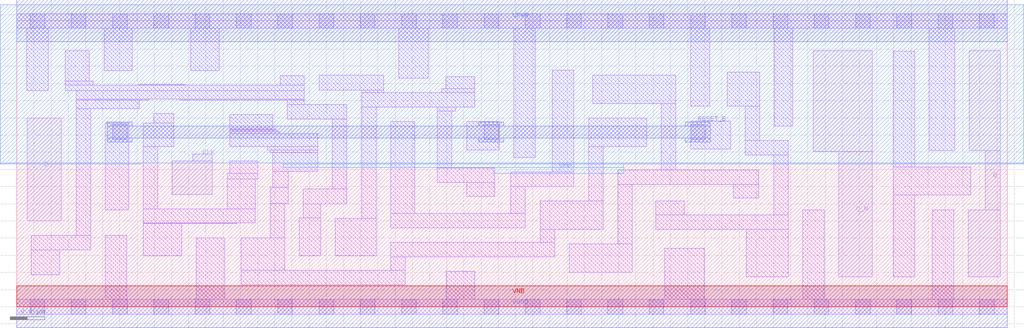
<source format=lef>
# Copyright 2020 The SkyWater PDK Authors
#
# Licensed under the Apache License, Version 2.0 (the "License");
# you may not use this file except in compliance with the License.
# You may obtain a copy of the License at
#
#     https://www.apache.org/licenses/LICENSE-2.0
#
# Unless required by applicable law or agreed to in writing, software
# distributed under the License is distributed on an "AS IS" BASIS,
# WITHOUT WARRANTIES OR CONDITIONS OF ANY KIND, either express or implied.
# See the License for the specific language governing permissions and
# limitations under the License.
#
# SPDX-License-Identifier: Apache-2.0

VERSION 5.7 ;
  NOWIREEXTENSIONATPIN ON ;
  DIVIDERCHAR "/" ;
  BUSBITCHARS "[]" ;
MACRO sky130_fd_sc_ls__dfrbp_1
  CLASS CORE ;
  FOREIGN sky130_fd_sc_ls__dfrbp_1 ;
  ORIGIN  0.000000  0.000000 ;
  SIZE  11.52000 BY  3.330000 ;
  SYMMETRY X Y R90 ;
  SITE unit ;
  PIN D
    ANTENNAGATEAREA  0.126000 ;
    DIRECTION INPUT ;
    USE SIGNAL ;
    PORT
      LAYER li1 ;
        RECT 0.125000 1.000000 0.520000 2.195000 ;
    END
  END D
  PIN Q
    ANTENNADIFFAREA  0.541300 ;
    DIRECTION OUTPUT ;
    USE SIGNAL ;
    PORT
      LAYER li1 ;
        RECT 11.065000 0.350000 11.435000 1.130000 ;
        RECT 11.075000 1.820000 11.435000 2.980000 ;
        RECT 11.265000 1.130000 11.435000 1.820000 ;
    END
  END Q
  PIN Q_N
    ANTENNADIFFAREA  0.951500 ;
    DIRECTION OUTPUT ;
    USE SIGNAL ;
    PORT
      LAYER li1 ;
        RECT 9.260000 1.810000 9.950000 2.985000 ;
        RECT 9.560000 0.350000 9.950000 1.810000 ;
    END
  END Q_N
  PIN RESET_B
    ANTENNAGATEAREA  0.378000 ;
    DIRECTION INPUT ;
    USE SIGNAL ;
    PORT
      LAYER met1 ;
        RECT 1.055000 1.920000 1.345000 1.965000 ;
        RECT 1.055000 1.965000 8.065000 2.105000 ;
        RECT 1.055000 2.105000 1.345000 2.150000 ;
        RECT 5.375000 1.920000 5.665000 1.965000 ;
        RECT 5.375000 2.105000 5.665000 2.150000 ;
        RECT 7.775000 1.920000 8.065000 1.965000 ;
        RECT 7.775000 2.105000 8.065000 2.150000 ;
    END
  END RESET_B
  PIN CLK
    ANTENNAGATEAREA  0.261000 ;
    DIRECTION INPUT ;
    USE CLOCK ;
    PORT
      LAYER li1 ;
        RECT 1.810000 1.310000 2.275000 1.695000 ;
        RECT 2.045000 1.695000 2.275000 1.780000 ;
    END
  END CLK
  PIN VGND
    DIRECTION INOUT ;
    SHAPE ABUTMENT ;
    USE GROUND ;
    PORT
      LAYER met1 ;
        RECT 0.000000 -0.245000 11.520000 0.245000 ;
    END
  END VGND
  PIN VNB
    DIRECTION INOUT ;
    USE GROUND ;
    PORT
      LAYER pwell ;
        RECT 0.000000 0.000000 11.520000 0.245000 ;
    END
  END VNB
  PIN VPB
    DIRECTION INOUT ;
    USE POWER ;
    PORT
      LAYER nwell ;
        RECT -0.190000 1.660000  1.440000 1.675000 ;
        RECT -0.190000 1.675000 11.710000 3.520000 ;
        RECT  3.100000 1.620000  7.060000 1.660000 ;
        RECT  3.100000 1.660000 11.710000 1.675000 ;
        RECT  5.540000 1.555000  7.060000 1.620000 ;
    END
  END VPB
  PIN VPWR
    DIRECTION INOUT ;
    SHAPE ABUTMENT ;
    USE POWER ;
    PORT
      LAYER met1 ;
        RECT 0.000000 3.085000 11.520000 3.575000 ;
    END
  END VPWR
  OBS
    LAYER li1 ;
      RECT  0.000000 -0.085000 11.520000 0.085000 ;
      RECT  0.000000  3.245000 11.520000 3.415000 ;
      RECT  0.115000  2.520000  0.365000 3.245000 ;
      RECT  0.170000  0.370000  0.500000 0.660000 ;
      RECT  0.170000  0.660000  0.860000 0.830000 ;
      RECT  0.565000  2.520000  3.345000 2.580000 ;
      RECT  0.565000  2.580000  0.890000 2.630000 ;
      RECT  0.565000  2.630000  0.845000 2.980000 ;
      RECT  0.690000  0.830000  0.860000 2.310000 ;
      RECT  0.690000  2.310000  1.425000 2.410000 ;
      RECT  0.690000  2.410000  1.530000 2.420000 ;
      RECT  0.690000  2.420000  3.345000 2.520000 ;
      RECT  1.015000  2.750000  1.345000 3.245000 ;
      RECT  1.030000  0.085000  1.280000 0.830000 ;
      RECT  1.030000  1.130000  1.300000 2.140000 ;
      RECT  1.405000  2.580000  1.965000 2.590000 ;
      RECT  1.470000  0.595000  1.920000 0.970000 ;
      RECT  1.470000  0.970000  2.560000 0.975000 ;
      RECT  1.470000  0.975000  2.775000 1.140000 ;
      RECT  1.470000  1.140000  1.640000 1.865000 ;
      RECT  1.470000  1.865000  1.825000 2.140000 ;
      RECT  1.595000  2.140000  1.825000 2.250000 ;
      RECT  1.890000  2.410000  3.345000 2.420000 ;
      RECT  2.025000  2.750000  2.355000 3.245000 ;
      RECT  2.090000  0.085000  2.420000 0.800000 ;
      RECT  2.445000  1.140000  2.775000 1.490000 ;
      RECT  2.445000  1.490000  2.805000 1.550000 ;
      RECT  2.475000  1.550000  2.805000 1.695000 ;
      RECT  2.475000  1.865000  3.500000 2.015000 ;
      RECT  2.475000  2.015000  3.050000 2.040000 ;
      RECT  2.475000  2.040000  3.025000 2.060000 ;
      RECT  2.475000  2.060000  3.020000 2.065000 ;
      RECT  2.475000  2.065000  3.000000 2.080000 ;
      RECT  2.475000  2.080000  2.975000 2.240000 ;
      RECT  2.610000  0.255000  4.520000 0.425000 ;
      RECT  2.610000  0.425000  3.115000 0.805000 ;
      RECT  2.915000  1.825000  3.500000 1.865000 ;
      RECT  2.945000  0.805000  3.115000 1.205000 ;
      RECT  2.945000  1.205000  3.160000 1.390000 ;
      RECT  2.945000  1.795000  3.500000 1.825000 ;
      RECT  2.975000  1.390000  3.160000 1.575000 ;
      RECT  2.975000  1.575000  3.500000 1.795000 ;
      RECT  3.065000  2.580000  3.345000 2.690000 ;
      RECT  3.145000  2.185000  3.840000 2.355000 ;
      RECT  3.145000  2.355000  3.345000 2.410000 ;
      RECT  3.285000  0.595000  3.535000 1.035000 ;
      RECT  3.330000  1.035000  3.535000 1.200000 ;
      RECT  3.330000  1.200000  3.840000 1.370000 ;
      RECT  3.515000  2.525000  4.270000 2.695000 ;
      RECT  3.670000  1.370000  3.840000 2.185000 ;
      RECT  3.705000  0.595000  4.180000 1.030000 ;
      RECT  4.010000  1.030000  4.180000 2.325000 ;
      RECT  4.010000  2.325000  5.325000 2.495000 ;
      RECT  4.010000  2.495000  4.270000 2.525000 ;
      RECT  4.350000  0.425000  4.520000 0.580000 ;
      RECT  4.350000  0.580000  6.255000 0.750000 ;
      RECT  4.350000  0.920000  5.915000 1.090000 ;
      RECT  4.350000  1.090000  4.630000 2.155000 ;
      RECT  4.440000  2.665000  4.785000 3.245000 ;
      RECT  4.890000  1.445000  5.560000 1.615000 ;
      RECT  4.890000  1.615000  5.060000 2.280000 ;
      RECT  4.890000  2.280000  5.105000 2.325000 ;
      RECT  4.945000  2.495000  5.325000 2.540000 ;
      RECT  4.990000  2.540000  5.325000 2.680000 ;
      RECT  4.995000  0.085000  5.325000 0.410000 ;
      RECT  5.230000  1.285000  5.560000 1.445000 ;
      RECT  5.230000  1.825000  5.610000 2.155000 ;
      RECT  5.745000  1.090000  5.915000 1.400000 ;
      RECT  5.745000  1.400000  6.480000 1.570000 ;
      RECT  5.780000  1.740000  6.030000 3.245000 ;
      RECT  6.085000  0.750000  6.255000 0.900000 ;
      RECT  6.085000  0.900000  6.820000 1.230000 ;
      RECT  6.230000  1.570000  6.480000 2.755000 ;
      RECT  6.425000  0.400000  7.160000 0.730000 ;
      RECT  6.650000  1.230000  6.820000 1.865000 ;
      RECT  6.650000  1.865000  7.325000 2.195000 ;
      RECT  6.700000  2.365000  7.665000 2.695000 ;
      RECT  6.990000  0.730000  7.160000 1.425000 ;
      RECT  6.990000  1.425000  8.630000 1.595000 ;
      RECT  7.430000  0.900000  8.970000 1.070000 ;
      RECT  7.430000  1.070000  7.760000 1.230000 ;
      RECT  7.495000  1.595000  7.665000 2.365000 ;
      RECT  7.535000  0.085000  7.995000 0.680000 ;
      RECT  7.835000  1.835000  8.300000 2.165000 ;
      RECT  7.835000  2.335000  8.060000 3.245000 ;
      RECT  8.260000  2.335000  8.640000 2.730000 ;
      RECT  8.330000  1.265000  8.630000 1.425000 ;
      RECT  8.470000  1.765000  8.970000 1.935000 ;
      RECT  8.470000  1.935000  8.640000 2.335000 ;
      RECT  8.485000  0.350000  8.970000 0.900000 ;
      RECT  8.800000  1.070000  8.970000 1.765000 ;
      RECT  8.810000  2.105000  9.025000 3.245000 ;
      RECT  9.140000  0.085000  9.390000 1.130000 ;
      RECT 10.190000  0.350000 10.440000 1.300000 ;
      RECT 10.190000  1.300000 11.095000 1.630000 ;
      RECT 10.190000  1.630000 10.440000 2.975000 ;
      RECT 10.610000  1.820000 10.905000 3.245000 ;
      RECT 10.645000  0.085000 10.895000 1.130000 ;
    LAYER mcon ;
      RECT  0.155000 -0.085000  0.325000 0.085000 ;
      RECT  0.155000  3.245000  0.325000 3.415000 ;
      RECT  0.635000 -0.085000  0.805000 0.085000 ;
      RECT  0.635000  3.245000  0.805000 3.415000 ;
      RECT  1.115000 -0.085000  1.285000 0.085000 ;
      RECT  1.115000  1.950000  1.285000 2.120000 ;
      RECT  1.115000  3.245000  1.285000 3.415000 ;
      RECT  1.595000 -0.085000  1.765000 0.085000 ;
      RECT  1.595000  3.245000  1.765000 3.415000 ;
      RECT  2.075000 -0.085000  2.245000 0.085000 ;
      RECT  2.075000  3.245000  2.245000 3.415000 ;
      RECT  2.555000 -0.085000  2.725000 0.085000 ;
      RECT  2.555000  3.245000  2.725000 3.415000 ;
      RECT  3.035000 -0.085000  3.205000 0.085000 ;
      RECT  3.035000  3.245000  3.205000 3.415000 ;
      RECT  3.515000 -0.085000  3.685000 0.085000 ;
      RECT  3.515000  3.245000  3.685000 3.415000 ;
      RECT  3.995000 -0.085000  4.165000 0.085000 ;
      RECT  3.995000  3.245000  4.165000 3.415000 ;
      RECT  4.475000 -0.085000  4.645000 0.085000 ;
      RECT  4.475000  3.245000  4.645000 3.415000 ;
      RECT  4.955000 -0.085000  5.125000 0.085000 ;
      RECT  4.955000  3.245000  5.125000 3.415000 ;
      RECT  5.435000 -0.085000  5.605000 0.085000 ;
      RECT  5.435000  1.950000  5.605000 2.120000 ;
      RECT  5.435000  3.245000  5.605000 3.415000 ;
      RECT  5.915000 -0.085000  6.085000 0.085000 ;
      RECT  5.915000  3.245000  6.085000 3.415000 ;
      RECT  6.395000 -0.085000  6.565000 0.085000 ;
      RECT  6.395000  3.245000  6.565000 3.415000 ;
      RECT  6.875000 -0.085000  7.045000 0.085000 ;
      RECT  6.875000  3.245000  7.045000 3.415000 ;
      RECT  7.355000 -0.085000  7.525000 0.085000 ;
      RECT  7.355000  3.245000  7.525000 3.415000 ;
      RECT  7.835000 -0.085000  8.005000 0.085000 ;
      RECT  7.835000  1.950000  8.005000 2.120000 ;
      RECT  7.835000  3.245000  8.005000 3.415000 ;
      RECT  8.315000 -0.085000  8.485000 0.085000 ;
      RECT  8.315000  3.245000  8.485000 3.415000 ;
      RECT  8.795000 -0.085000  8.965000 0.085000 ;
      RECT  8.795000  3.245000  8.965000 3.415000 ;
      RECT  9.275000 -0.085000  9.445000 0.085000 ;
      RECT  9.275000  3.245000  9.445000 3.415000 ;
      RECT  9.755000 -0.085000  9.925000 0.085000 ;
      RECT  9.755000  3.245000  9.925000 3.415000 ;
      RECT 10.235000 -0.085000 10.405000 0.085000 ;
      RECT 10.235000  3.245000 10.405000 3.415000 ;
      RECT 10.715000 -0.085000 10.885000 0.085000 ;
      RECT 10.715000  3.245000 10.885000 3.415000 ;
      RECT 11.195000 -0.085000 11.365000 0.085000 ;
      RECT 11.195000  3.245000 11.365000 3.415000 ;
  END
END sky130_fd_sc_ls__dfrbp_1
END LIBRARY

</source>
